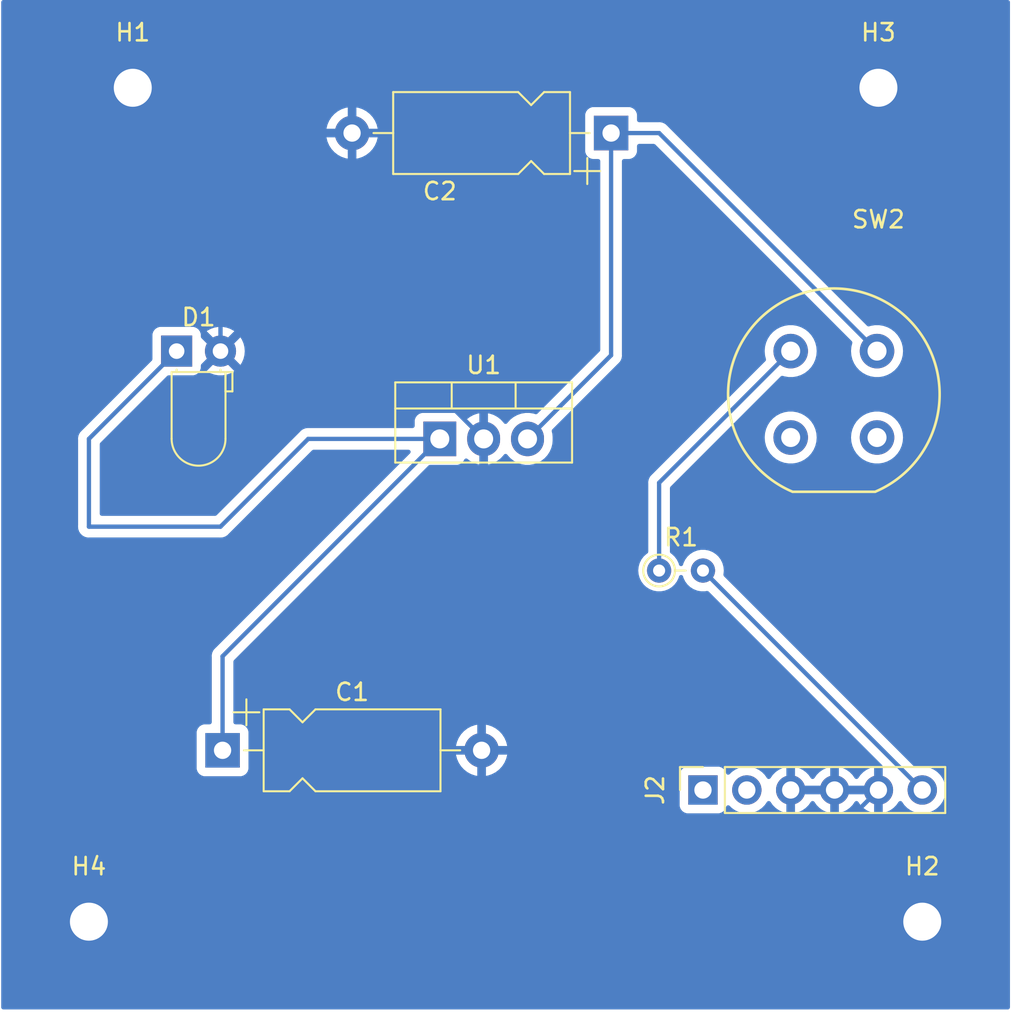
<source format=kicad_pcb>
(kicad_pcb (version 20221018) (generator pcbnew)
  (layers (0 "F.Cu" signal) (31 "B.Cu" signal) (34 "B.Paste" user) (35 "F.Paste" user) (36 "B.SilkS" user "B.Silkscreen") (37 "F.SilkS" user "F.Silkscreen") (38 "B.Mask" user) (39 "F.Mask" user) (44 "Edge.Cuts" user))
  (net 0 "")
  (net 1 "Net-(D1-K)")
  (net 2 "GND")
  (net 3 "+5V")
  (net 4 "/Push-Button Activated LED/Vled")
  (net 5 "/+9v")
  (net 6 "Net-(R1-Pad1)")
  (footprint "MountingHole:MountingHole_2.2mm_M2" (layer "F.Cu") (at 167.64 124.46)
    (fp_text reference "H2" (at 0 -3.2) (layer "F.SilkS"))
    (fp_text value "MountingHole")
    (pad "" np_thru_hole circle (at 0 0) (size 2.2 2.2) (drill 2.2) (layers "*.Cu" "*.Mask"))
  )
  (footprint "Capacitor_THT:CP_Axial_L10.0mm_D4.5mm_P15.00mm_Horizontal" (layer "F.Cu") (at 149.62 78.82 180)
    (fp_text reference "C2" (at 9.92 -3.37) (layer "F.SilkS"))
    (fp_text value "C_Polarized_US")
    (fp_line (start 0.63 -2.2) (end 2.13 -2.2) (stroke (width 0.12)) (layer "F.SilkS"))
    (fp_line (start 1.24 0) (end 2.38 0) (stroke (width 0.12)) (layer "F.SilkS"))
    (fp_line (start 1.38 -2.95) (end 1.38 -1.45) (stroke (width 0.12)) (layer "F.SilkS"))
    (fp_line (start 2.38 -2.37) (end 2.38 2.37) (stroke (width 0.12)) (layer "F.SilkS"))
    (fp_line (start 2.38 -2.37) (end 3.88 -2.37) (stroke (width 0.12)) (layer "F.SilkS"))
    (fp_line (start 2.38 2.37) (end 3.88 2.37) (stroke (width 0.12)) (layer "F.SilkS"))
    (fp_line (start 3.88 -2.37) (end 4.63 -1.62) (stroke (width 0.12)) (layer "F.SilkS"))
    (fp_line (start 3.88 2.37) (end 4.63 1.62) (stroke (width 0.12)) (layer "F.SilkS"))
    (fp_line (start 4.63 -1.62) (end 5.38 -2.37) (stroke (width 0.12)) (layer "F.SilkS"))
    (fp_line (start 4.63 1.62) (end 5.38 2.37) (stroke (width 0.12)) (layer "F.SilkS"))
    (fp_line (start 5.38 -2.37) (end 12.62 -2.37) (stroke (width 0.12)) (layer "F.SilkS"))
    (fp_line (start 5.38 2.37) (end 12.62 2.37) (stroke (width 0.12)) (layer "F.SilkS"))
    (fp_line (start 12.62 -2.37) (end 12.62 2.37) (stroke (width 0.12)) (layer "F.SilkS"))
    (fp_line (start 13.76 0) (end 12.62 0) (stroke (width 0.12)) (layer "F.SilkS"))
    (pad "1" thru_hole rect (at 0 0 180) (size 2 2) (drill 1) (layers "*.Cu" "*.Mask") (net 3 "+5V"))
    (pad "2" thru_hole oval (at 15 0 180) (size 2 2) (drill 1) (layers "*.Cu" "*.Mask") (net 2 "GND"))
  )
  (footprint "Button_Switch_THT:Push_E-Switch_KS01Q01" (layer "F.Cu") (at 160.02 91.44)
    (fp_text reference "SW2" (at 5.08 -7.62 180) (layer "F.SilkS"))
    (fp_text value "SW_Push")
    (fp_line (start 4.89 8.14) (end 0.11 8.14) (stroke (width 0.15)) (layer "F.SilkS"))
    (fp_arc (start 0.11 8.14) (mid 2.496283 -3.625495) (end 4.896843 8.137095) (stroke (width 0.15)) (layer "F.SilkS"))
    (pad "1" thru_hole circle (at 0 0) (size 2 2) (drill 1.1) (layers "*.Cu" "*.Mask") (net 6 "Net-(R1-Pad1)"))
    (pad "2" thru_hole circle (at 5 0) (size 2 2) (drill 1.1) (layers "*.Cu" "*.Mask") (net 3 "+5V"))
    (pad "3" thru_hole circle (at 0 5) (size 2 2) (drill 1.1) (layers "*.Cu" "*.Mask"))
    (pad "4" thru_hole circle (at 5 5) (size 2 2) (drill 1.1) (layers "*.Cu" "*.Mask"))
  )
  (footprint "MountingHole:MountingHole_2.2mm_M2" (layer "F.Cu") (at 121.92 76.2)
    (fp_text reference "H1" (at 0 -3.2) (layer "F.SilkS"))
    (fp_text value "MountingHole")
    (pad "" np_thru_hole circle (at 0 0) (size 2.2 2.2) (drill 2.2) (layers "*.Cu" "*.Mask"))
  )
  (footprint "Capacitor_THT:CP_Axial_L10.0mm_D4.5mm_P15.00mm_Horizontal" (layer "F.Cu") (at 127.12 114.5425)
    (fp_text reference "C1" (at 7.5 -3.37) (layer "F.SilkS"))
    (fp_text value "C_Polarized_US")
    (fp_line (start 0.63 -2.2) (end 2.13 -2.2) (stroke (width 0.12)) (layer "F.SilkS"))
    (fp_line (start 1.24 0) (end 2.38 0) (stroke (width 0.12)) (layer "F.SilkS"))
    (fp_line (start 1.38 -2.95) (end 1.38 -1.45) (stroke (width 0.12)) (layer "F.SilkS"))
    (fp_line (start 2.38 -2.37) (end 2.38 2.37) (stroke (width 0.12)) (layer "F.SilkS"))
    (fp_line (start 2.38 -2.37) (end 3.88 -2.37) (stroke (width 0.12)) (layer "F.SilkS"))
    (fp_line (start 2.38 2.37) (end 3.88 2.37) (stroke (width 0.12)) (layer "F.SilkS"))
    (fp_line (start 3.88 -2.37) (end 4.63 -1.62) (stroke (width 0.12)) (layer "F.SilkS"))
    (fp_line (start 3.88 2.37) (end 4.63 1.62) (stroke (width 0.12)) (layer "F.SilkS"))
    (fp_line (start 4.63 -1.62) (end 5.38 -2.37) (stroke (width 0.12)) (layer "F.SilkS"))
    (fp_line (start 4.63 1.62) (end 5.38 2.37) (stroke (width 0.12)) (layer "F.SilkS"))
    (fp_line (start 5.38 -2.37) (end 12.62 -2.37) (stroke (width 0.12)) (layer "F.SilkS"))
    (fp_line (start 5.38 2.37) (end 12.62 2.37) (stroke (width 0.12)) (layer "F.SilkS"))
    (fp_line (start 12.62 -2.37) (end 12.62 2.37) (stroke (width 0.12)) (layer "F.SilkS"))
    (fp_line (start 13.76 0) (end 12.62 0) (stroke (width 0.12)) (layer "F.SilkS"))
    (pad "1" thru_hole rect (at 0 0) (size 2 2) (drill 1) (layers "*.Cu" "*.Mask") (net 1 "Net-(D1-K)"))
    (pad "2" thru_hole oval (at 15 0) (size 2 2) (drill 1) (layers "*.Cu" "*.Mask") (net 2 "GND"))
  )
  (footprint "MountingHole:MountingHole_2.2mm_M2" (layer "F.Cu") (at 119.38 124.46)
    (fp_text reference "H4" (at 0 -3.2) (layer "F.SilkS"))
    (fp_text value "MountingHole")
    (pad "" np_thru_hole circle (at 0 0) (size 2.2 2.2) (drill 2.2) (layers "*.Cu" "*.Mask"))
  )
  (footprint "Package_TO_SOT_THT:TO-220-3_Vertical" (layer "F.Cu") (at 139.7 96.52)
    (fp_text reference "U1" (at 2.54 -4.27) (layer "F.SilkS"))
    (fp_text value "LM7805_TO220")
    (fp_line (start -2.58 -3.27) (end -2.58 1.371) (stroke (width 0.12)) (layer "F.SilkS"))
    (fp_line (start -2.58 -3.27) (end 7.66 -3.27) (stroke (width 0.12)) (layer "F.SilkS"))
    (fp_line (start -2.58 -1.76) (end 7.66 -1.76) (stroke (width 0.12)) (layer "F.SilkS"))
    (fp_line (start -2.58 1.371) (end 7.66 1.371) (stroke (width 0.12)) (layer "F.SilkS"))
    (fp_line (start 0.69 -3.27) (end 0.69 -1.76) (stroke (width 0.12)) (layer "F.SilkS"))
    (fp_line (start 4.391 -3.27) (end 4.391 -1.76) (stroke (width 0.12)) (layer "F.SilkS"))
    (fp_line (start 7.66 -3.27) (end 7.66 1.371) (stroke (width 0.12)) (layer "F.SilkS"))
    (pad "1" thru_hole rect (at 0 0) (size 1.905 2) (drill 1.1) (layers "*.Cu" "*.Mask") (net 1 "Net-(D1-K)"))
    (pad "2" thru_hole oval (at 2.54 0) (size 1.905 2) (drill 1.1) (layers "*.Cu" "*.Mask") (net 2 "GND"))
    (pad "3" thru_hole oval (at 5.08 0) (size 1.905 2) (drill 1.1) (layers "*.Cu" "*.Mask") (net 3 "+5V"))
  )
  (footprint "LED_THT:LED_D3.0mm_Horizontal_O1.27mm_Z10.0mm" (layer "F.Cu") (at 124.46 91.44)
    (fp_text reference "D1" (at 1.27 -1.96) (layer "F.SilkS"))
    (fp_text value "LED")
    (fp_line (start -0.29 1.21) (end -0.29 5.07) (stroke (width 0.12)) (layer "F.SilkS"))
    (fp_line (start -0.29 1.21) (end 2.83 1.21) (stroke (width 0.12)) (layer "F.SilkS"))
    (fp_line (start 0 1.08) (end 0 1.08) (stroke (width 0.12)) (layer "F.SilkS"))
    (fp_line (start 0 1.08) (end 0 1.21) (stroke (width 0.12)) (layer "F.SilkS"))
    (fp_line (start 0 1.21) (end 0 1.08) (stroke (width 0.12)) (layer "F.SilkS"))
    (fp_line (start 0 1.21) (end 0 1.21) (stroke (width 0.12)) (layer "F.SilkS"))
    (fp_line (start 2.54 1.08) (end 2.54 1.08) (stroke (width 0.12)) (layer "F.SilkS"))
    (fp_line (start 2.54 1.08) (end 2.54 1.21) (stroke (width 0.12)) (layer "F.SilkS"))
    (fp_line (start 2.54 1.21) (end 2.54 1.08) (stroke (width 0.12)) (layer "F.SilkS"))
    (fp_line (start 2.54 1.21) (end 2.54 1.21) (stroke (width 0.12)) (layer "F.SilkS"))
    (fp_line (start 2.83 1.21) (end 2.83 5.07) (stroke (width 0.12)) (layer "F.SilkS"))
    (fp_line (start 2.83 1.21) (end 3.23 1.21) (stroke (width 0.12)) (layer "F.SilkS"))
    (fp_line (start 2.83 2.33) (end 2.83 1.21) (stroke (width 0.12)) (layer "F.SilkS"))
    (fp_line (start 3.23 1.21) (end 3.23 2.33) (stroke (width 0.12)) (layer "F.SilkS"))
    (fp_line (start 3.23 2.33) (end 2.83 2.33) (stroke (width 0.12)) (layer "F.SilkS"))
    (fp_arc (start 2.83 5.07) (mid 1.27 6.63) (end -0.29 5.07) (stroke (width 0.12)) (layer "F.SilkS"))
    (pad "1" thru_hole rect (at 0 0) (size 1.8 1.8) (drill 0.9) (layers "*.Cu" "*.Mask") (net 1 "Net-(D1-K)"))
    (pad "2" thru_hole circle (at 2.54 0) (size 1.8 1.8) (drill 0.9) (layers "*.Cu" "*.Mask") (net 2 "GND"))
  )
  (footprint "Connector_PinSocket_2.54mm:PinSocket_1x06_P2.54mm_Vertical" (layer "F.Cu") (at 154.94 116.84 90)
    (fp_text reference "J2" (at 0 -2.77 90) (layer "F.SilkS"))
    (fp_text value "Conn_01x06_Pin")
    (fp_line (start -1.33 1.27) (end -1.33 14.03) (stroke (width 0.12)) (layer "F.SilkS"))
    (fp_line (start -1.33 1.27) (end 1.33 1.27) (stroke (width 0.12)) (layer "F.SilkS"))
    (fp_line (start -1.33 14.03) (end 1.33 14.03) (stroke (width 0.12)) (layer "F.SilkS"))
    (fp_line (start 0 -1.33) (end 1.33 -1.33) (stroke (width 0.12)) (layer "F.SilkS"))
    (fp_line (start 1.33 -1.33) (end 1.33 0) (stroke (width 0.12)) (layer "F.SilkS"))
    (fp_line (start 1.33 1.27) (end 1.33 14.03) (stroke (width 0.12)) (layer "F.SilkS"))
    (pad "1" thru_hole rect (at 0 0 90) (size 1.7 1.7) (drill 1) (layers "*.Cu" "*.Mask") (net 5 "/+9v"))
    (pad "2" thru_hole oval (at 0 2.54 90) (size 1.7 1.7) (drill 1) (layers "*.Cu" "*.Mask") (net 5 "/+9v"))
    (pad "3" thru_hole oval (at 0 5.08 90) (size 1.7 1.7) (drill 1) (layers "*.Cu" "*.Mask") (net 2 "GND"))
    (pad "4" thru_hole oval (at 0 7.62 90) (size 1.7 1.7) (drill 1) (layers "*.Cu" "*.Mask") (net 2 "GND"))
    (pad "5" thru_hole oval (at 0 10.16 90) (size 1.7 1.7) (drill 1) (layers "*.Cu" "*.Mask") (net 2 "GND"))
    (pad "6" thru_hole oval (at 0 12.7 90) (size 1.7 1.7) (drill 1) (layers "*.Cu" "*.Mask") (net 4 "/Push-Button Activated LED/Vled"))
  )
  (footprint "MountingHole:MountingHole_2.2mm_M2" (layer "F.Cu") (at 165.1 76.2)
    (fp_text reference "H3" (at 0 -3.2) (layer "F.SilkS"))
    (fp_text value "MountingHole")
    (pad "" np_thru_hole circle (at 0 0) (size 2.2 2.2) (drill 2.2) (layers "*.Cu" "*.Mask"))
  )
  (footprint "Resistor_THT:R_Axial_DIN0204_L3.6mm_D1.6mm_P2.54mm_Vertical" (layer "F.Cu") (at 152.4 104.14)
    (fp_text reference "R1" (at 1.27 -1.92) (layer "F.SilkS"))
    (fp_text value "R_US")
    (fp_line (start 0.92 0) (end 1.54 0) (stroke (width 0.12)) (layer "F.SilkS"))
    (fp_circle (center 0 0) (end 0.92 0) (stroke (width 0.12)) (fill none) (layer "F.SilkS"))
    (pad "1" thru_hole circle (at 0 0) (size 1.4 1.4) (drill 0.7) (layers "*.Cu" "*.Mask") (net 6 "Net-(R1-Pad1)"))
    (pad "2" thru_hole oval (at 2.54 0) (size 1.4 1.4) (drill 0.7) (layers "*.Cu" "*.Mask") (net 4 "/Push-Button Activated LED/Vled"))
  )
  (segment (start 132.08 96.52) (end 127 101.6) (width 0.25) (layer "B.Cu") (net 1))
  (segment (start 139.7 96.52) (end 132.08 96.52) (width 0.25) (layer "B.Cu") (net 1))
  (segment (start 127.12 114.5425) (end 127.12 109.1) (width 0.25) (layer "B.Cu") (net 1))
  (segment (start 119.38 96.52) (end 124.46 91.44) (width 0.25) (layer "B.Cu") (net 1))
  (segment (start 127.12 109.1) (end 139.7 96.52) (width 0.25) (layer "B.Cu") (net 1))
  (segment (start 119.38 101.6) (end 119.38 96.52) (width 0.25) (layer "B.Cu") (net 1))
  (segment (start 127 101.6) (end 119.38 101.6) (width 0.25) (layer "B.Cu") (net 1))
  (segment (start 142.24 114.6625) (end 142.24 119.38) (width 0.25) (layer "B.Cu") (net 2))
  (segment (start 127 78.74) (end 134.54 78.74) (width 0.25) (layer "B.Cu") (net 2))
  (segment (start 142.12 114.5425) (end 142.24 114.6625) (width 0.25) (layer "B.Cu") (net 2))
  (segment (start 162.56 119.38) (end 165.1 116.84) (width 0.25) (layer "B.Cu") (net 2))
  (segment (start 134.62 88.9) (end 134.62 78.82) (width 0.25) (layer "B.Cu") (net 2))
  (segment (start 142.24 96.52) (end 134.62 88.9) (width 0.25) (layer "B.Cu") (net 2))
  (segment (start 142.12 96.64) (end 142.24 96.52) (width 0.25) (layer "B.Cu") (net 2))
  (segment (start 142.24 119.38) (end 162.56 119.38) (width 0.25) (layer "B.Cu") (net 2))
  (segment (start 127 91.44) (end 127 78.74) (width 0.25) (layer "B.Cu") (net 2))
  (segment (start 134.54 78.74) (end 134.62 78.82) (width 0.25) (layer "B.Cu") (net 2))
  (segment (start 142.3625 114.3) (end 142.12 114.5425) (width 0.25) (layer "B.Cu") (net 2))
  (segment (start 142.12 114.5425) (end 142.12 96.64) (width 0.25) (layer "B.Cu") (net 2))
  (segment (start 152.4 78.82) (end 165.02 91.44) (width 0.25) (layer "B.Cu") (net 3))
  (segment (start 149.62 91.68) (end 144.78 96.52) (width 0.25) (layer "B.Cu") (net 3))
  (segment (start 149.62 78.82) (end 149.62 91.68) (width 0.25) (layer "B.Cu") (net 3))
  (segment (start 165.1 91.36) (end 165.02 91.44) (width 0.25) (layer "B.Cu") (net 3))
  (segment (start 149.62 78.82) (end 152.4 78.82) (width 0.25) (layer "B.Cu") (net 3))
  (segment (start 167.64 116.84) (end 154.94 104.14) (width 0.25) (layer "B.Cu") (net 4))
  (segment (start 152.4 99.06) (end 160.02 91.44) (width 0.25) (layer "B.Cu") (net 6))
  (segment (start 152.4 104.14) (end 152.4 99.06) (width 0.25) (layer "B.Cu") (net 6))
  (zone (net 2) (net_name "GND") (layer "B.Cu") (priority 1) (connect_pads (clearance 0.5)) (min_thickness 0.25) (fill yes (thermal_gap 0.5) (thermal_bridge_width 0.5))
    (polygon (pts (xy 114.3 71.12) (xy 114.3 129.54) (xy 172.72 129.54) (xy 172.72 71.12)))
  )
)
</source>
